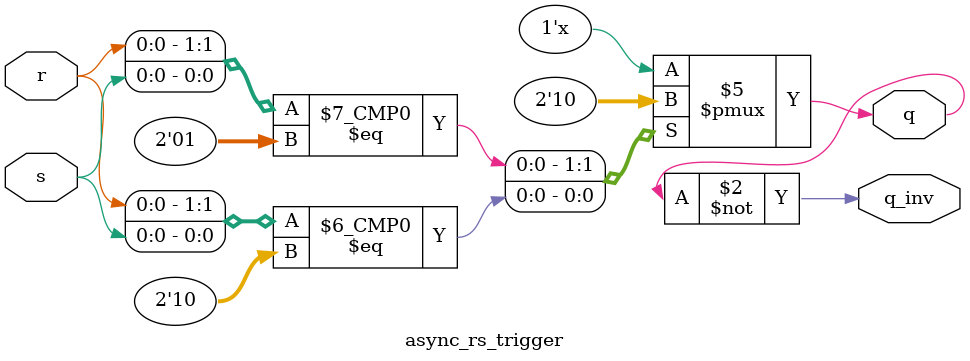
<source format=sv>
module async_rs_trigger(output reg q, q_inv, input wire r, s);
    always @(r or s) begin 
        case ({r,s})
            2'b01: begin
                q = 1'b1;
            end
            2'b10: begin
                q = 1'b0;
            end
            2'b11: begin
                q = 1'bx;
            end
        endcase
        q_inv = ~q;
    end
    
endmodule



</source>
